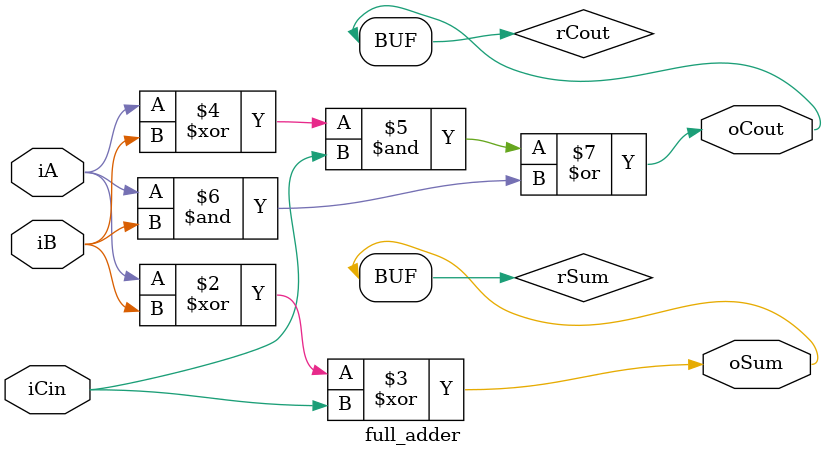
<source format=v>
`timescale 1ns / 1ps

// three bits input and two outputs. carry out will only be high if two inputs are high
module full_adder (
    input wire iA, iB, iCin,
    output wire oSum, oCout
);

// registors to hold 
    reg rSum, rCout;

    
// always block
always @ (iA or iB or iCin) begin // bitwise | in always time condition does not work, use or instead
    rSum = iA ^ iB ^ iCin; // rsum = (A xor B) xor Cin
    rCout = ((iA ^ iB) & iCin) | (iA & iB); // rcarry = (A&B) or ([A xor B] & Cin). do not use reg in condition or there will be time lag possibility
end

assign oSum = rSum;
assign oCout = rCout;
    
endmodule

</source>
